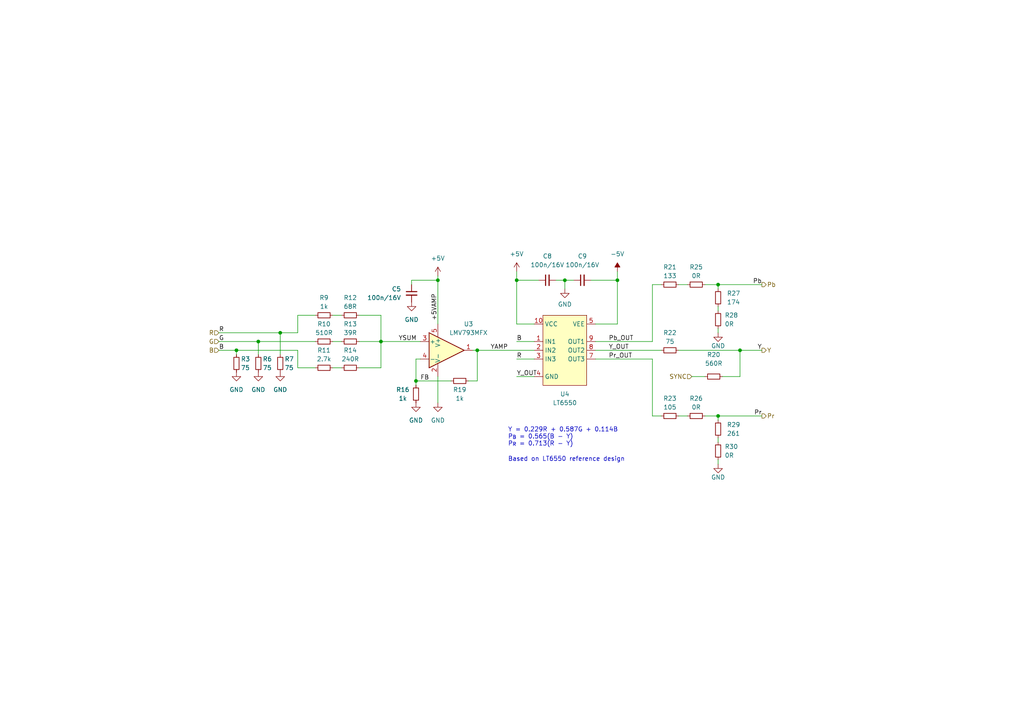
<source format=kicad_sch>
(kicad_sch (version 20211123) (generator eeschema)
  (paper "A4")
  (lib_symbols
    (symbol "Comparator:LMV7219M5" (pin_names (offset 0.127))
      (property "Reference" "U" (at -1.27 6.35 0))
      (property "Value" "LMV7219M5" (at -1.27 3.81 0))
      (symbol "LMV7219M5_0_1"
        (polyline (pts (xy -5.08 5.08) (xy 5.08 0) (xy -5.08 -5.08) (xy -5.08 5.08)) (stroke (width 0.254)) (fill (type background)))
        (pin power_in line (at -2.54 -7.62 90) (length 3.81) (name "V-") (number "2"))
        (pin power_in line (at -2.54 7.62 270) (length 3.81) (name "V+") (number "5"))
      )
      (symbol "LMV7219M5_1_1"
        (pin output line (at 7.62 0 180) (length 2.54) (name "~") (number "1"))
        (pin input line (at -7.62 2.54 0) (length 2.54) (name "+") (number "3"))
        (pin input line (at -7.62 -2.54 0) (length 2.54) (name "-") (number "4"))
      )
    )
    (symbol "Device:C_Small" (pin_numbers hide) (pin_names (offset 0.254) hide)
      (property "Reference" "C" (at 0.254 1.778 0))
      (property "Value" "C_Small" (at 0.254 -2.032 0))
      (symbol "C_Small_0_1"
        (polyline (pts (xy -1.524 -0.508) (xy 1.524 -0.508)) (stroke (width 0.3302)))
        (polyline (pts (xy -1.524 0.508) (xy 1.524 0.508)) (stroke (width 0.3048)))
      )
      (symbol "C_Small_1_1"
        (pin passive line (at 0 2.54 270) (length 2.032) (name "~") (number "1"))
        (pin passive line (at 0 -2.54 90) (length 2.032) (name "~") (number "2"))
      )
    )
    (symbol "Device:R_Small" (pin_numbers hide) (pin_names (offset 0.254) hide)
      (property "Reference" "R" (at 0.762 0.508 0))
      (property "Value" "R_Small" (at 0.762 -1.016 0))
      (symbol "R_Small_0_1"
        (rectangle (start -0.762 1.778) (end 0.762 -1.778) (stroke (width 0.2032)))
      )
      (symbol "R_Small_1_1"
        (pin passive line (at 0 2.54 270) (length 0.762) (name "~") (number "1"))
        (pin passive line (at 0 -2.54 90) (length 0.762) (name "~") (number "2"))
      )
    )
    (symbol "lib:LT6550"
      (property "Reference" "U" (at 0 11.43 0))
      (property "Value" "LT6550" (at 0 -11.43 0))
      (symbol "LT6550_0_1"
        (rectangle (start -6.35 10.16) (end 6.35 -10.16) (fill (type background)))
      )
      (symbol "LT6550_1_1"
        (pin input line (at -8.89 2.54 0) (length 2.54) (name "IN1") (number "1"))
        (pin input line (at -8.89 7.62 0) (length 2.54) (name "VCC") (number "10"))
        (pin input line (at -8.89 0 0) (length 2.54) (name "IN2") (number "2"))
        (pin input line (at -8.89 -2.54 0) (length 2.54) (name "IN3") (number "3"))
        (pin input line (at -8.89 -7.62 0) (length 2.54) (name "GND") (number "4"))
        (pin input line (at 8.89 7.62 180) (length 2.54) (name "VEE") (number "5"))
        (pin input line (at 8.89 -2.54 180) (length 2.54) (name "OUT3") (number "7"))
        (pin input line (at 8.89 0 180) (length 2.54) (name "OUT2") (number "8"))
        (pin input line (at 8.89 2.54 180) (length 2.54) (name "OUT1") (number "9"))
      )
    )
    (symbol "power:+5V" (power) (pin_names (offset 0))
      (property "Value" "+5V" (at 0 3.556 0))
      (symbol "+5V_0_1"
        (polyline (pts (xy -0.762 1.27) (xy 0 2.54)))
        (polyline (pts (xy 0 0) (xy 0 2.54)))
        (polyline (pts (xy 0 2.54) (xy 0.762 1.27)))
      )
      (symbol "+5V_1_1"
        (pin power_in line (at 0 0 90) (length 0) hide (name "+5V") (number "1"))
      )
    )
    (symbol "power:-5V" (power) (pin_names (offset 0))
      (property "Value" "-5V" (at 0 3.81 0))
      (symbol "-5V_0_0"
        (pin power_in line (at 0 0 90) (length 0) hide (name "-5V") (number "1"))
      )
      (symbol "-5V_0_1"
        (polyline (pts (xy 0 0) (xy 0 1.27) (xy 0.762 1.27) (xy 0 2.54) (xy -0.762 1.27) (xy 0 1.27)) (fill (type outline)))
      )
    )
    (symbol "power:GND" (power) (pin_names (offset 0))
      (property "Value" "GND" (at 0 -3.81 0))
      (symbol "GND_0_1"
        (polyline (pts (xy 0 0) (xy 0 -1.27) (xy 1.27 -1.27) (xy 0 -2.54) (xy -1.27 -1.27) (xy 0 -1.27)))
      )
      (symbol "GND_1_1"
        (pin power_in line (at 0 0 270) (length 0) hide (name "GND") (number "1"))
      )
    )
  )
  (junction (at 214.63 101.6))
  (junction (at 208.28 120.65))
  (junction (at 138.43 101.6))
  (junction (at 127 81.28))
  (junction (at 163.83 81.28))
  (junction (at 74.93 99.06))
  (junction (at 179.07 81.28))
  (junction (at 81.28 96.52))
  (junction (at 68.58 101.6))
  (junction (at 120.65 110.49))
  (junction (at 110.49 99.06))
  (junction (at 208.28 82.55))
  (junction (at 149.86 81.28))
  (wire (pts (xy 163.83 81.28) (xy 166.37 81.28)))
  (wire (pts (xy 81.28 96.52) (xy 81.28 102.87)))
  (wire (pts (xy 110.49 99.06) (xy 110.49 106.68)))
  (wire (pts (xy 74.93 99.06) (xy 91.44 99.06)))
  (wire (pts (xy 63.5 99.06) (xy 74.93 99.06)))
  (wire (pts (xy 149.86 81.28) (xy 156.21 81.28)))
  (wire (pts (xy 138.43 101.6) (xy 154.94 101.6)))
  (wire (pts (xy 189.23 120.65) (xy 189.23 104.14)))
  (wire (pts (xy 149.86 93.98) (xy 154.94 93.98)))
  (wire (pts (xy 163.83 83.82) (xy 163.83 81.28)))
  (wire (pts (xy 149.86 78.74) (xy 149.86 81.28)))
  (wire (pts (xy 86.36 106.68) (xy 91.44 106.68)))
  (wire (pts (xy 68.58 101.6) (xy 68.58 102.87)))
  (wire (pts (xy 149.86 104.14) (xy 154.94 104.14)))
  (wire (pts (xy 209.55 109.22) (xy 214.63 109.22)))
  (wire (pts (xy 149.86 109.22) (xy 154.94 109.22)))
  (wire (pts (xy 63.5 101.6) (xy 68.58 101.6)))
  (wire (pts (xy 208.28 88.9) (xy 208.28 90.17)))
  (wire (pts (xy 200.66 109.22) (xy 204.47 109.22)))
  (wire (pts (xy 119.38 81.28) (xy 127 81.28)))
  (wire (pts (xy 110.49 99.06) (xy 121.92 99.06)))
  (wire (pts (xy 120.65 104.14) (xy 121.92 104.14)))
  (wire (pts (xy 208.28 82.55) (xy 220.98 82.55)))
  (wire (pts (xy 172.72 99.06) (xy 189.23 99.06)))
  (wire (pts (xy 179.07 78.74) (xy 179.07 81.28)))
  (wire (pts (xy 86.36 101.6) (xy 86.36 106.68)))
  (wire (pts (xy 208.28 133.35) (xy 208.28 134.62)))
  (wire (pts (xy 104.14 99.06) (xy 110.49 99.06)))
  (wire (pts (xy 214.63 101.6) (xy 220.98 101.6)))
  (wire (pts (xy 196.85 120.65) (xy 199.39 120.65)))
  (wire (pts (xy 74.93 99.06) (xy 74.93 102.87)))
  (wire (pts (xy 171.45 81.28) (xy 179.07 81.28)))
  (wire (pts (xy 208.28 120.65) (xy 220.98 120.65)))
  (wire (pts (xy 86.36 96.52) (xy 86.36 91.44)))
  (wire (pts (xy 172.72 101.6) (xy 191.77 101.6)))
  (wire (pts (xy 110.49 91.44) (xy 110.49 99.06)))
  (wire (pts (xy 119.38 82.55) (xy 119.38 81.28)))
  (wire (pts (xy 208.28 127) (xy 208.28 128.27)))
  (wire (pts (xy 127 109.22) (xy 127 116.84)))
  (wire (pts (xy 104.14 106.68) (xy 110.49 106.68)))
  (wire (pts (xy 120.65 110.49) (xy 130.81 110.49)))
  (wire (pts (xy 81.28 96.52) (xy 86.36 96.52)))
  (wire (pts (xy 204.47 120.65) (xy 208.28 120.65)))
  (wire (pts (xy 96.52 91.44) (xy 99.06 91.44)))
  (wire (pts (xy 120.65 104.14) (xy 120.65 110.49)))
  (wire (pts (xy 127 80.01) (xy 127 81.28)))
  (wire (pts (xy 189.23 120.65) (xy 191.77 120.65)))
  (wire (pts (xy 149.86 81.28) (xy 149.86 93.98)))
  (wire (pts (xy 189.23 99.06) (xy 189.23 82.55)))
  (wire (pts (xy 204.47 82.55) (xy 208.28 82.55)))
  (wire (pts (xy 149.86 99.06) (xy 154.94 99.06)))
  (wire (pts (xy 68.58 101.6) (xy 86.36 101.6)))
  (wire (pts (xy 96.52 99.06) (xy 99.06 99.06)))
  (wire (pts (xy 179.07 81.28) (xy 179.07 93.98)))
  (wire (pts (xy 196.85 82.55) (xy 199.39 82.55)))
  (wire (pts (xy 138.43 101.6) (xy 138.43 110.49)))
  (wire (pts (xy 189.23 82.55) (xy 191.77 82.55)))
  (wire (pts (xy 214.63 101.6) (xy 214.63 109.22)))
  (wire (pts (xy 104.14 91.44) (xy 110.49 91.44)))
  (wire (pts (xy 179.07 93.98) (xy 172.72 93.98)))
  (wire (pts (xy 137.16 101.6) (xy 138.43 101.6)))
  (wire (pts (xy 208.28 82.55) (xy 208.28 83.82)))
  (wire (pts (xy 208.28 95.25) (xy 208.28 96.52)))
  (wire (pts (xy 196.85 101.6) (xy 214.63 101.6)))
  (wire (pts (xy 86.36 91.44) (xy 91.44 91.44)))
  (wire (pts (xy 208.28 120.65) (xy 208.28 121.92)))
  (wire (pts (xy 172.72 104.14) (xy 189.23 104.14)))
  (wire (pts (xy 63.5 96.52) (xy 81.28 96.52)))
  (wire (pts (xy 96.52 106.68) (xy 99.06 106.68)))
  (wire (pts (xy 135.89 110.49) (xy 138.43 110.49)))
  (wire (pts (xy 127 81.28) (xy 127 93.98)))
  (wire (pts (xy 161.29 81.28) (xy 163.83 81.28)))
  (wire (pts (xy 120.65 111.76) (xy 120.65 110.49)))
  (text "Based on LT6550 reference design" (at 147.32 133.985 0) (effects (font (size 1.27 1.27)) (justify left bottom)))
  (text "Y = 0.229R + 0.587G + 0.114B\nP_{B} = 0.565(B - Y)\nP_{R} = 0.713(R - Y)" (at 147.32 129.54 0) (effects (font (size 1.27 1.27)) (justify left bottom)))
  (label "Pb" (at 220.98 82.55 180))
  (label "Pr_OUT" (at 176.53 104.14 0))
  (label "B" (at 63.5 101.6 0))
  (label "Y_OUT" (at 149.86 109.22 0))
  (label "+5VAMP" (at 127 85.09 270))
  (label "R" (at 63.5 96.52 0))
  (label "Y_OUT" (at 176.53 101.6 0))
  (label "B" (at 149.86 99.06 0))
  (label "YAMP" (at 142.24 101.6 0))
  (label "G" (at 63.5 99.06 0))
  (label "Pr" (at 220.98 120.65 180))
  (label "Pb_OUT" (at 176.53 99.06 0))
  (label "R" (at 149.86 104.14 0))
  (label "Y" (at 220.98 101.6 180))
  (label "FB" (at 121.92 110.49 0))
  (label "YSUM" (at 115.57 99.06 0))
  (hierarchical_label "Pb" (shape output) (at 220.98 82.55 0))
  (hierarchical_label "Pr" (shape output) (at 220.98 120.65 0))
  (hierarchical_label "B" (shape input) (at 63.5 101.6 180))
  (hierarchical_label "R" (shape input) (at 63.5 96.52 180))
  (hierarchical_label "SYNC" (shape input) (at 200.66 109.22 180))
  (hierarchical_label "Y" (shape output) (at 220.98 101.6 0))
  (hierarchical_label "G" (shape input) (at 63.5 99.06 180))
  (symbol (lib_id "power:-5V") (at 179.07 78.74 0) (unit 1)
    (property "Reference" "#PWR034" (effects hide))
    (property "Value" "-5V" (at 179.07 73.66 0))
  )
  (symbol (lib_id "Device:C_Small") (at 158.75 81.28 90) (unit 1)
    (property "Reference" "C8" (at 158.7563 74.295 90))
    (property "Value" "100n/16V" (at 158.7563 76.835 90))
    (property "Footprint" "Capacitor_SMD:C_0603_1608Metric" (effects hide))
    (property "Manufacturer" "Generic" (effects hide))
    (property "Part Number" "100n/16V" (effects hide))
  )
  (symbol (lib_id "Device:R_Small") (at 201.93 120.65 90) (unit 1)
    (property "Reference" "R26" (at 201.93 115.57 90))
    (property "Value" "0R" (at 201.93 118.11 90))
    (property "Footprint" "Resistor_SMD:R_0603_1608Metric" (effects hide))
  )
  (symbol (lib_id "Device:R_Small") (at 207.01 109.22 90) (unit 1)
    (property "Reference" "R20" (at 207.01 102.87 90))
    (property "Value" "560R" (at 207.01 105.41 90))
    (property "Footprint" "Resistor_SMD:R_0603_1608Metric" (effects hide))
  )
  (symbol (lib_id "Device:R_Small") (at 208.28 124.46 0) (unit 1)
    (property "Reference" "R29" (at 210.82 123.1899 0) (effects (justify left)))
    (property "Value" "261" (at 210.82 125.7299 0) (effects (justify left)))
    (property "Footprint" "Resistor_SMD:R_0603_1608Metric" (effects hide))
  )
  (symbol (lib_id "Device:R_Small") (at 81.28 105.41 0) (unit 1)
    (property "Reference" "R7" (at 82.55 104.14 0) (effects (justify left)))
    (property "Value" "75" (at 82.55 106.68 0) (effects (justify left)))
    (property "Footprint" "Resistor_SMD:R_0603_1608Metric" (effects hide))
  )
  (symbol (lib_id "power:+5V") (at 127 80.01 0) (unit 1)
    (property "Reference" "#PWR023" (effects hide))
    (property "Value" "+5V" (at 127 74.93 0))
  )
  (symbol (lib_id "Device:C_Small") (at 168.91 81.28 90) (unit 1)
    (property "Reference" "C9" (at 168.9163 74.295 90))
    (property "Value" "100n/16V" (at 168.9163 76.835 90))
    (property "Footprint" "Capacitor_SMD:C_0603_1608Metric" (effects hide))
    (property "Manufacturer" "Generic" (effects hide))
    (property "Part Number" "100n/16V" (effects hide))
  )
  (symbol (lib_id "Device:R_Small") (at 68.58 105.41 0) (unit 1)
    (property "Reference" "R3" (at 69.85 104.14 0) (effects (justify left)))
    (property "Value" "75" (at 69.85 106.68 0) (effects (justify left)))
    (property "Footprint" "Resistor_SMD:R_0603_1608Metric" (effects hide))
  )
  (symbol (lib_id "Device:R_Small") (at 101.6 91.44 90) (unit 1)
    (property "Reference" "R12" (at 101.6 86.36 90))
    (property "Value" "68R" (at 101.6 88.9 90))
    (property "Footprint" "Resistor_SMD:R_0603_1608Metric" (effects hide))
  )
  (symbol (lib_id "power:GND") (at 81.28 107.95 0) (unit 1)
    (property "Reference" "#PWR012" (effects hide))
    (property "Value" "GND" (at 81.28 113.03 0))
  )
  (symbol (lib_id "Device:R_Small") (at 93.98 91.44 90) (unit 1)
    (property "Reference" "R9" (at 93.98 86.36 90))
    (property "Value" "1k" (at 93.98 88.9 90))
    (property "Footprint" "Resistor_SMD:R_0603_1608Metric" (effects hide))
  )
  (symbol (lib_id "power:GND") (at 119.38 87.63 0) (unit 1)
    (property "Reference" "#PWR020" (effects hide))
    (property "Value" "GND" (at 119.38 92.71 0))
  )
  (symbol (lib_id "lib:LT6550") (at 163.83 101.6 0) (unit 1)
    (property "Reference" "U4" (at 163.83 114.3 0))
    (property "Value" "LT6550" (at 163.83 116.84 0))
    (property "Footprint" "Package_SO:MSOP-10_3x3mm_P0.5mm" (effects hide))
    (property "Datasheet" "https://www.analog.com/media/en/technical-documentation/data-sheets/65501fa.pdf" (effects hide))
    (property "Manufacturer" "Analog Devices" (effects hide))
    (property "Mouser" "LT6550CMS#PBF" (effects hide))
    (property "Part Number" "LT6550CMS#PBF" (effects hide))
  )
  (symbol (lib_id "power:+5V") (at 149.86 78.74 0) (unit 1)
    (property "Reference" "#PWR030" (effects hide))
    (property "Value" "+5V" (at 149.86 73.66 0))
  )
  (symbol (lib_id "Device:R_Small") (at 74.93 105.41 0) (unit 1)
    (property "Reference" "R6" (at 76.2 104.14 0) (effects (justify left)))
    (property "Value" "75" (at 76.2 106.68 0) (effects (justify left)))
    (property "Footprint" "Resistor_SMD:R_0603_1608Metric" (effects hide))
  )
  (symbol (lib_id "Device:R_Small") (at 93.98 106.68 90) (unit 1)
    (property "Reference" "R11" (at 93.98 101.6 90))
    (property "Value" "2.7k" (at 93.98 104.14 90))
    (property "Footprint" "Resistor_SMD:R_0603_1608Metric" (effects hide))
  )
  (symbol (lib_id "Device:R_Small") (at 101.6 99.06 90) (unit 1)
    (property "Reference" "R13" (at 101.6 93.98 90))
    (property "Value" "39R" (at 101.6 96.52 90))
    (property "Footprint" "Resistor_SMD:R_0603_1608Metric" (effects hide))
  )
  (symbol (lib_id "power:GND") (at 208.28 134.62 0) (unit 1)
    (property "Reference" "#PWR038" (effects hide))
    (property "Value" "GND" (at 208.28 138.43 0))
  )
  (symbol (lib_id "Device:R_Small") (at 194.31 101.6 90) (unit 1)
    (property "Reference" "R22" (at 194.31 96.52 90))
    (property "Value" "75" (at 194.31 99.06 90))
    (property "Footprint" "Resistor_SMD:R_0603_1608Metric" (effects hide))
  )
  (symbol (lib_id "Device:R_Small") (at 208.28 130.81 0) (unit 1)
    (property "Reference" "R30" (at 210.185 129.5399 0) (effects (justify left)))
    (property "Value" "0R" (at 210.185 132.0799 0) (effects (justify left)))
    (property "Footprint" "Resistor_SMD:R_0603_1608Metric" (effects hide))
  )
  (symbol (lib_id "power:GND") (at 120.65 116.84 0) (unit 1)
    (property "Reference" "#PWR021" (effects hide))
    (property "Value" "GND" (at 120.65 121.92 0))
  )
  (symbol (lib_id "Device:R_Small") (at 120.65 114.3 180) (unit 1)
    (property "Reference" "R16" (at 116.84 113.03 0))
    (property "Value" "1k" (at 116.84 115.57 0))
    (property "Footprint" "Resistor_SMD:R_0603_1608Metric" (effects hide))
  )
  (symbol (lib_id "power:GND") (at 208.28 96.52 0) (unit 1)
    (property "Reference" "#PWR037" (effects hide))
    (property "Value" "GND" (at 208.28 100.33 0))
  )
  (symbol (lib_id "Device:R_Small") (at 194.31 120.65 90) (unit 1)
    (property "Reference" "R23" (at 194.31 115.57 90))
    (property "Value" "105" (at 194.31 118.11 90))
    (property "Footprint" "Resistor_SMD:R_0603_1608Metric" (effects hide))
  )
  (symbol (lib_id "Device:R_Small") (at 101.6 106.68 90) (unit 1)
    (property "Reference" "R14" (at 101.6 101.6 90))
    (property "Value" "240R" (at 101.6 104.14 90))
    (property "Footprint" "Resistor_SMD:R_0603_1608Metric" (effects hide))
  )
  (symbol (lib_id "power:GND") (at 74.93 107.95 0) (unit 1)
    (property "Reference" "#PWR010" (effects hide))
    (property "Value" "GND" (at 74.93 113.03 0))
  )
  (symbol (lib_id "Device:R_Small") (at 208.28 92.71 0) (unit 1)
    (property "Reference" "R28" (at 210.185 91.4399 0) (effects (justify left)))
    (property "Value" "0R" (at 210.185 93.9799 0) (effects (justify left)))
    (property "Footprint" "Resistor_SMD:R_0603_1608Metric" (effects hide))
  )
  (symbol (lib_id "Device:R_Small") (at 194.31 82.55 90) (unit 1)
    (property "Reference" "R21" (at 194.31 77.47 90))
    (property "Value" "133" (at 194.31 80.01 90))
    (property "Footprint" "Resistor_SMD:R_0603_1608Metric" (effects hide))
  )
  (symbol (lib_id "power:GND") (at 68.58 107.95 0) (unit 1)
    (property "Reference" "#PWR09" (effects hide))
    (property "Value" "GND" (at 68.58 113.03 0))
  )
  (symbol (lib_id "power:GND") (at 163.83 83.82 0) (unit 1)
    (property "Reference" "#PWR031" (effects hide))
    (property "Value" "GND" (at 163.83 88.265 0))
  )
  (symbol (lib_id "Device:R_Small") (at 201.93 82.55 90) (unit 1)
    (property "Reference" "R25" (at 201.93 77.47 90))
    (property "Value" "0R" (at 201.93 80.01 90))
    (property "Footprint" "Resistor_SMD:R_0603_1608Metric" (effects hide))
  )
  (symbol (lib_id "Device:R_Small") (at 208.28 86.36 0) (unit 1)
    (property "Reference" "R27" (at 210.82 85.0899 0) (effects (justify left)))
    (property "Value" "174" (at 210.82 87.6299 0) (effects (justify left)))
    (property "Footprint" "Resistor_SMD:R_0603_1608Metric" (effects hide))
  )
  (symbol (lib_id "power:GND") (at 127 116.84 0) (unit 1)
    (property "Reference" "#PWR024" (effects hide))
    (property "Value" "GND" (at 127 121.92 0))
  )
  (symbol (lib_id "Comparator:LMV7219M5") (at 129.54 101.6 0) (unit 1)
    (property "Reference" "U3" (at 135.89 93.98 0))
    (property "Value" "LMV793MFX" (at 135.89 96.52 0))
    (property "Footprint" "Package_TO_SOT_SMD:SOT-23-5" (effects hide))
    (property "Datasheet" "https://www.ti.com/lit/ds/symlink/lmv7219.pdf" (effects hide))
    (property "Manufacturer" "Texas Instruments" (effects hide))
    (property "Part Number" "LMV793MFX/NOPB" (effects hide))
    (property "Mouser" "926-LMV793MFX/NOPB" (effects hide))
  )
  (symbol (lib_id "Device:R_Small") (at 93.98 99.06 90) (unit 1)
    (property "Reference" "R10" (at 93.98 93.98 90))
    (property "Value" "510R" (at 93.98 96.52 90))
    (property "Footprint" "Resistor_SMD:R_0603_1608Metric" (effects hide))
  )
  (symbol (lib_id "Device:C_Small") (at 119.38 85.09 0) (unit 1)
    (property "Reference" "C5" (at 116.332 83.8262 0) (effects (justify right)))
    (property "Value" "100n/16V" (at 116.332 86.3662 0) (effects (justify right)))
    (property "Footprint" "Capacitor_SMD:C_0603_1608Metric" (effects hide))
    (property "Manufacturer" "Generic" (effects hide))
    (property "Part Number" "100n/16V" (effects hide))
  )
  (symbol (lib_id "Device:R_Small") (at 133.35 110.49 90) (unit 1)
    (property "Reference" "R19" (at 133.35 113.03 90))
    (property "Value" "1k" (at 133.35 115.57 90))
    (property "Footprint" "Resistor_SMD:R_0603_1608Metric" (effects hide))
  )
)
</source>
